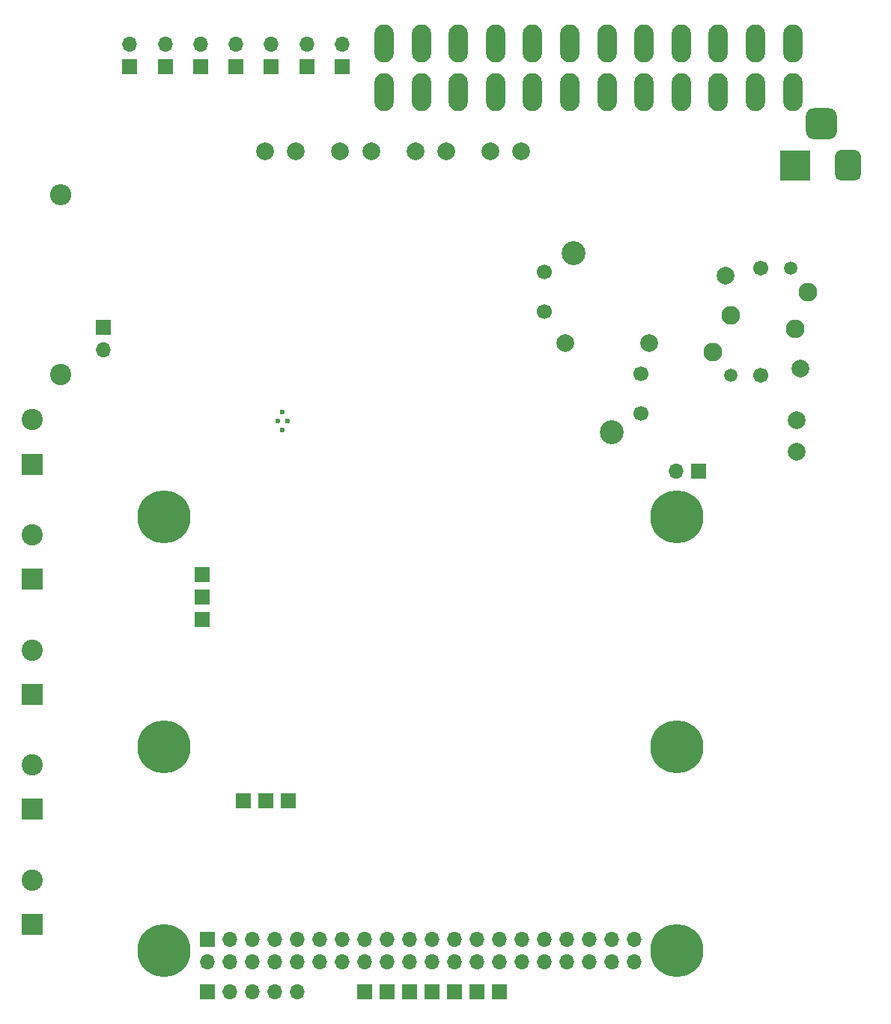
<source format=gbs>
G04 #@! TF.GenerationSoftware,KiCad,Pcbnew,(5.1.6-0-10_14)*
G04 #@! TF.CreationDate,2021-12-06T16:22:22+09:00*
G04 #@! TF.ProjectId,qPCR-main,71504352-2d6d-4616-996e-2e6b69636164,rev?*
G04 #@! TF.SameCoordinates,Original*
G04 #@! TF.FileFunction,Soldermask,Bot*
G04 #@! TF.FilePolarity,Negative*
%FSLAX46Y46*%
G04 Gerber Fmt 4.6, Leading zero omitted, Abs format (unit mm)*
G04 Created by KiCad (PCBNEW (5.1.6-0-10_14)) date 2021-12-06 16:22:22*
%MOMM*%
%LPD*%
G01*
G04 APERTURE LIST*
%ADD10O,1.700000X1.700000*%
%ADD11R,1.700000X1.700000*%
%ADD12C,2.400000*%
%ADD13O,2.400000X2.400000*%
%ADD14C,2.108200*%
%ADD15C,1.498600*%
%ADD16C,1.701800*%
%ADD17C,2.006600*%
%ADD18C,0.600000*%
%ADD19R,2.400000X2.400000*%
%ADD20C,2.000000*%
%ADD21R,3.500000X3.500000*%
%ADD22C,1.700000*%
%ADD23C,2.700000*%
%ADD24O,2.201600X4.301600*%
%ADD25C,6.000000*%
G04 APERTURE END LIST*
D10*
X158360000Y-89100000D03*
D11*
X160900000Y-89100000D03*
D12*
X88800000Y-78200000D03*
D13*
X88800000Y-57880000D03*
D14*
X173290000Y-68850000D03*
D15*
X171340000Y-66200000D03*
D16*
X167940000Y-66200000D03*
D17*
X163990000Y-67000000D03*
D14*
X164590000Y-71500000D03*
X162590000Y-75650000D03*
D15*
X164540000Y-78300000D03*
D16*
X167940000Y-78300000D03*
D17*
X172490000Y-77500000D03*
D14*
X171890000Y-73000000D03*
D18*
X113830000Y-82469999D03*
X114430000Y-83470000D03*
X113830000Y-84470001D03*
X113330001Y-83470000D03*
D11*
X105370000Y-148000000D03*
D10*
X107910000Y-148000000D03*
X110450000Y-148000000D03*
X112990000Y-148000000D03*
X115530000Y-148000000D03*
D11*
X109476000Y-126380000D03*
X93600000Y-72900000D03*
D10*
X93600000Y-75440000D03*
X96625490Y-40870000D03*
D11*
X96625490Y-43410000D03*
X112625490Y-43410000D03*
D10*
X112625490Y-40870000D03*
D11*
X108625490Y-43410000D03*
D10*
X108625490Y-40870000D03*
X104625490Y-40870000D03*
D11*
X104625490Y-43410000D03*
D10*
X100625490Y-40870000D03*
D11*
X100625490Y-43410000D03*
D19*
X85546000Y-88320000D03*
D12*
X85546000Y-83320000D03*
X85546000Y-96320000D03*
D19*
X85546000Y-101320000D03*
X85546000Y-114320000D03*
D12*
X85546000Y-109320000D03*
D19*
X85546000Y-127320000D03*
D12*
X85546000Y-122320000D03*
X85546000Y-135320000D03*
D19*
X85546000Y-140320000D03*
D20*
X120400000Y-52930000D03*
X123900000Y-52930000D03*
X140900000Y-52930000D03*
X137400000Y-52930000D03*
X128900000Y-52930000D03*
X132400000Y-52930000D03*
G36*
G01*
X176579000Y-48976200D02*
X176579000Y-50726200D01*
G75*
G02*
X175704000Y-51601200I-875000J0D01*
G01*
X173954000Y-51601200D01*
G75*
G02*
X173079000Y-50726200I0J875000D01*
G01*
X173079000Y-48976200D01*
G75*
G02*
X173954000Y-48101200I875000J0D01*
G01*
X175704000Y-48101200D01*
G75*
G02*
X176579000Y-48976200I0J-875000D01*
G01*
G37*
G36*
G01*
X179329000Y-53551200D02*
X179329000Y-55551200D01*
G75*
G02*
X178579000Y-56301200I-750000J0D01*
G01*
X177079000Y-56301200D01*
G75*
G02*
X176329000Y-55551200I0J750000D01*
G01*
X176329000Y-53551200D01*
G75*
G02*
X177079000Y-52801200I750000J0D01*
G01*
X178579000Y-52801200D01*
G75*
G02*
X179329000Y-53551200I0J-750000D01*
G01*
G37*
D21*
X171829000Y-54551200D03*
D11*
X123150000Y-148000000D03*
X125690000Y-148000000D03*
X128230000Y-148000000D03*
X130770000Y-148000000D03*
X133310000Y-148000000D03*
X135850000Y-148000000D03*
X138390000Y-148000000D03*
X120625490Y-43410000D03*
D10*
X120625490Y-40870000D03*
D11*
X116625490Y-43410000D03*
D10*
X116625490Y-40870000D03*
D11*
X104810000Y-105910000D03*
X104810000Y-103370000D03*
X104810000Y-100830000D03*
X112016000Y-126380000D03*
X114556000Y-126380000D03*
D20*
X172050000Y-86890000D03*
X172050000Y-83390000D03*
X155360000Y-74610000D03*
D22*
X154410000Y-78110000D03*
X154410000Y-82610000D03*
D23*
X151160000Y-84710000D03*
D20*
X145860000Y-74610000D03*
D22*
X143510000Y-71110000D03*
X143510000Y-66610000D03*
D23*
X146760000Y-64510000D03*
D24*
X171580000Y-40746400D03*
X167380000Y-40746400D03*
X171580000Y-46246400D03*
X163180000Y-40746400D03*
X158980000Y-40746400D03*
X154780000Y-40746400D03*
X150580000Y-40746400D03*
X146380000Y-40746400D03*
X142180000Y-40746400D03*
X137980000Y-40746400D03*
X133780000Y-40746400D03*
X129580000Y-40746400D03*
X125380000Y-40746400D03*
X167380000Y-46246400D03*
X163180000Y-46246400D03*
X158980000Y-46246400D03*
X154780000Y-46246400D03*
X150580000Y-46246400D03*
X146380000Y-46246400D03*
X142180000Y-46246400D03*
X137980000Y-46246400D03*
X133780000Y-46246400D03*
X129580000Y-46246400D03*
X125380000Y-46246400D03*
D20*
X115400000Y-52930000D03*
X111900000Y-52930000D03*
D25*
X158500000Y-143270000D03*
X100500000Y-94270000D03*
X158500000Y-94270000D03*
X100500000Y-143270000D03*
D10*
X153630000Y-144540000D03*
X153630000Y-142000000D03*
X135850000Y-144540000D03*
X135850000Y-142000000D03*
X130770000Y-144540000D03*
X130770000Y-142000000D03*
X140930000Y-144540000D03*
X140930000Y-142000000D03*
X112990000Y-144540000D03*
X112990000Y-142000000D03*
X143470000Y-144540000D03*
X143470000Y-142000000D03*
X125690000Y-144540000D03*
X125690000Y-142000000D03*
X148550000Y-144540000D03*
X148550000Y-142000000D03*
X146010000Y-144540000D03*
X146010000Y-142000000D03*
X151090000Y-144540000D03*
X151090000Y-142000000D03*
X128230000Y-144540000D03*
X128230000Y-142000000D03*
X115530000Y-144540000D03*
X115530000Y-142000000D03*
X120610000Y-144540000D03*
X120610000Y-142000000D03*
X138390000Y-144540000D03*
X138390000Y-142000000D03*
X118070000Y-144540000D03*
X118070000Y-142000000D03*
X133310000Y-144540000D03*
X133310000Y-142000000D03*
D11*
X105370000Y-142000000D03*
D10*
X105370000Y-144540000D03*
X110450000Y-142000000D03*
X107910000Y-144540000D03*
X123150000Y-144540000D03*
X123150000Y-142000000D03*
X107910000Y-142000000D03*
X110450000Y-144540000D03*
D25*
X100500000Y-120270000D03*
X158500000Y-120270000D03*
M02*

</source>
